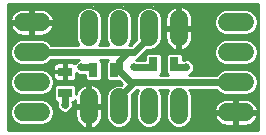
<source format=gbl>
G75*
%MOIN*%
%OFA0B0*%
%FSLAX25Y25*%
%IPPOS*%
%LPD*%
%AMOC8*
5,1,8,0,0,1.08239X$1,22.5*
%
%ADD10R,0.04724X0.03150*%
%ADD11R,0.03150X0.04724*%
%ADD12C,0.05937*%
%ADD13C,0.01000*%
%ADD14C,0.02400*%
%ADD15C,0.02600*%
D10*
X0034000Y0027457D03*
X0034000Y0034543D03*
D11*
X0043457Y0035000D03*
X0050543Y0035000D03*
X0063457Y0037000D03*
X0070543Y0037000D03*
D12*
X0072000Y0046031D02*
X0072000Y0051969D01*
X0062000Y0051969D02*
X0062000Y0046031D01*
X0052000Y0046031D02*
X0052000Y0051969D01*
X0042000Y0051969D02*
X0042000Y0046031D01*
X0025969Y0051000D02*
X0020031Y0051000D01*
X0020031Y0041000D02*
X0025969Y0041000D01*
X0025969Y0031000D02*
X0020031Y0031000D01*
X0020031Y0021000D02*
X0025969Y0021000D01*
X0042000Y0020031D02*
X0042000Y0025969D01*
X0052000Y0025969D02*
X0052000Y0020031D01*
X0062000Y0020031D02*
X0062000Y0025969D01*
X0072000Y0025969D02*
X0072000Y0020031D01*
X0088031Y0021000D02*
X0093969Y0021000D01*
X0093969Y0031000D02*
X0088031Y0031000D01*
X0088031Y0041000D02*
X0093969Y0041000D01*
X0093969Y0051000D02*
X0088031Y0051000D01*
D13*
X0015000Y0057000D02*
X0015000Y0015000D01*
X0098500Y0015000D01*
X0098500Y0057000D01*
X0015000Y0057000D01*
X0015000Y0056939D02*
X0098500Y0056939D01*
X0098500Y0055940D02*
X0074047Y0055940D01*
X0074342Y0055790D02*
X0073715Y0056110D01*
X0073046Y0056327D01*
X0072484Y0056416D01*
X0072484Y0049484D01*
X0071516Y0049484D01*
X0071516Y0048516D01*
X0067531Y0048516D01*
X0067531Y0045680D01*
X0067642Y0044985D01*
X0067859Y0044316D01*
X0068178Y0043689D01*
X0068592Y0043120D01*
X0069089Y0042623D01*
X0069658Y0042210D01*
X0070285Y0041890D01*
X0070954Y0041673D01*
X0071516Y0041584D01*
X0071516Y0048516D01*
X0072484Y0048516D01*
X0072484Y0041584D01*
X0073046Y0041673D01*
X0073715Y0041890D01*
X0074342Y0042210D01*
X0074911Y0042623D01*
X0075408Y0043120D01*
X0075822Y0043689D01*
X0076141Y0044316D01*
X0076358Y0044985D01*
X0076468Y0045680D01*
X0076468Y0048516D01*
X0072484Y0048516D01*
X0072484Y0049484D01*
X0076468Y0049484D01*
X0076468Y0052320D01*
X0076358Y0053015D01*
X0076141Y0053684D01*
X0075822Y0054311D01*
X0075408Y0054880D01*
X0074911Y0055377D01*
X0074342Y0055790D01*
X0075346Y0054942D02*
X0086394Y0054942D01*
X0085614Y0054619D02*
X0084413Y0053418D01*
X0083763Y0051849D01*
X0083763Y0050151D01*
X0084413Y0048582D01*
X0085614Y0047381D01*
X0087182Y0046731D01*
X0094818Y0046731D01*
X0096386Y0047381D01*
X0097587Y0048582D01*
X0098237Y0050151D01*
X0098237Y0051849D01*
X0097587Y0053418D01*
X0096386Y0054619D01*
X0094818Y0055268D01*
X0087182Y0055268D01*
X0085614Y0054619D01*
X0084938Y0053943D02*
X0076009Y0053943D01*
X0076370Y0052945D02*
X0084217Y0052945D01*
X0083803Y0051946D02*
X0076468Y0051946D01*
X0076468Y0050948D02*
X0083763Y0050948D01*
X0083846Y0049949D02*
X0076468Y0049949D01*
X0076468Y0047952D02*
X0085043Y0047952D01*
X0084260Y0048951D02*
X0072484Y0048951D01*
X0071516Y0048951D02*
X0066268Y0048951D01*
X0066268Y0047952D02*
X0067531Y0047952D01*
X0067531Y0046954D02*
X0066268Y0046954D01*
X0066268Y0045955D02*
X0067531Y0045955D01*
X0067651Y0044957D02*
X0066175Y0044957D01*
X0066268Y0045182D02*
X0066268Y0052818D01*
X0065619Y0054386D01*
X0064418Y0055587D01*
X0062849Y0056237D01*
X0061151Y0056237D01*
X0059582Y0055587D01*
X0058381Y0054386D01*
X0057731Y0052818D01*
X0057731Y0045267D01*
X0055964Y0043500D01*
X0055505Y0043500D01*
X0055619Y0043614D01*
X0056268Y0045182D01*
X0056268Y0052818D01*
X0055619Y0054386D01*
X0054418Y0055587D01*
X0052849Y0056237D01*
X0051151Y0056237D01*
X0049582Y0055587D01*
X0048381Y0054386D01*
X0047731Y0052818D01*
X0047731Y0045182D01*
X0048381Y0043614D01*
X0048495Y0043500D01*
X0045505Y0043500D01*
X0045619Y0043614D01*
X0046268Y0045182D01*
X0046268Y0052818D01*
X0045619Y0054386D01*
X0044418Y0055587D01*
X0042849Y0056237D01*
X0041151Y0056237D01*
X0039582Y0055587D01*
X0038381Y0054386D01*
X0037731Y0052818D01*
X0037731Y0045182D01*
X0038381Y0043614D01*
X0038495Y0043500D01*
X0029505Y0043500D01*
X0028386Y0044619D01*
X0026818Y0045268D01*
X0019182Y0045268D01*
X0017614Y0044619D01*
X0016413Y0043418D01*
X0015763Y0041849D01*
X0015763Y0040151D01*
X0016413Y0038582D01*
X0017614Y0037381D01*
X0019182Y0036731D01*
X0026818Y0036731D01*
X0028386Y0037381D01*
X0029505Y0038500D01*
X0038741Y0038500D01*
X0038027Y0038204D01*
X0037296Y0037473D01*
X0037242Y0037342D01*
X0036941Y0037516D01*
X0036560Y0037618D01*
X0034287Y0037618D01*
X0034287Y0034831D01*
X0033713Y0034831D01*
X0033713Y0037618D01*
X0031440Y0037618D01*
X0031059Y0037516D01*
X0030717Y0037318D01*
X0030437Y0037039D01*
X0030240Y0036697D01*
X0030138Y0036316D01*
X0030138Y0034831D01*
X0033713Y0034831D01*
X0033713Y0034256D01*
X0034287Y0034256D01*
X0034287Y0031469D01*
X0036560Y0031469D01*
X0036941Y0031571D01*
X0037283Y0031768D01*
X0037562Y0032047D01*
X0037760Y0032390D01*
X0037862Y0032771D01*
X0037862Y0033961D01*
X0038027Y0033796D01*
X0038983Y0033400D01*
X0040017Y0033400D01*
X0040259Y0033500D01*
X0040582Y0033500D01*
X0040582Y0032099D01*
X0041343Y0031338D01*
X0045570Y0031338D01*
X0046331Y0032099D01*
X0046331Y0037901D01*
X0045732Y0038500D01*
X0048268Y0038500D01*
X0047669Y0037901D01*
X0047669Y0032099D01*
X0048430Y0031338D01*
X0052127Y0031338D01*
X0052964Y0030500D01*
X0052701Y0030237D01*
X0051151Y0030237D01*
X0049582Y0029587D01*
X0048381Y0028386D01*
X0047731Y0026818D01*
X0047731Y0019182D01*
X0048381Y0017614D01*
X0049582Y0016413D01*
X0051151Y0015763D01*
X0052849Y0015763D01*
X0054418Y0016413D01*
X0055619Y0017614D01*
X0056268Y0019182D01*
X0056268Y0026733D01*
X0057916Y0028381D01*
X0058036Y0028500D01*
X0058495Y0028500D01*
X0058381Y0028386D01*
X0057731Y0026818D01*
X0057731Y0019182D01*
X0058381Y0017614D01*
X0059582Y0016413D01*
X0061151Y0015763D01*
X0062849Y0015763D01*
X0064418Y0016413D01*
X0065619Y0017614D01*
X0066268Y0019182D01*
X0066268Y0026818D01*
X0065619Y0028386D01*
X0065505Y0028500D01*
X0068495Y0028500D01*
X0068381Y0028386D01*
X0067731Y0026818D01*
X0067731Y0019182D01*
X0068381Y0017614D01*
X0069582Y0016413D01*
X0071151Y0015763D01*
X0072849Y0015763D01*
X0074418Y0016413D01*
X0075619Y0017614D01*
X0076268Y0019182D01*
X0076268Y0026818D01*
X0075619Y0028386D01*
X0075505Y0028500D01*
X0084495Y0028500D01*
X0085614Y0027381D01*
X0087182Y0026731D01*
X0094818Y0026731D01*
X0096386Y0027381D01*
X0097587Y0028582D01*
X0098237Y0030151D01*
X0098237Y0031849D01*
X0097587Y0033418D01*
X0096386Y0034619D01*
X0094818Y0035268D01*
X0087182Y0035268D01*
X0085614Y0034619D01*
X0084495Y0033500D01*
X0075259Y0033500D01*
X0075973Y0033796D01*
X0076704Y0034527D01*
X0077100Y0035483D01*
X0077100Y0036517D01*
X0076704Y0037473D01*
X0075973Y0038204D01*
X0075017Y0038600D01*
X0073983Y0038600D01*
X0073741Y0038500D01*
X0073418Y0038500D01*
X0073418Y0039901D01*
X0072657Y0040662D01*
X0068430Y0040662D01*
X0067669Y0039901D01*
X0067669Y0034099D01*
X0068268Y0033500D01*
X0065732Y0033500D01*
X0066331Y0034099D01*
X0066331Y0039901D01*
X0065570Y0040662D01*
X0061343Y0040662D01*
X0060582Y0039901D01*
X0060582Y0038500D01*
X0057759Y0038500D01*
X0057628Y0038554D01*
X0058416Y0038881D01*
X0059119Y0039584D01*
X0061299Y0041763D01*
X0062849Y0041763D01*
X0064418Y0042413D01*
X0065619Y0043614D01*
X0066268Y0045182D01*
X0065761Y0043958D02*
X0068041Y0043958D01*
X0068752Y0042960D02*
X0064965Y0042960D01*
X0063328Y0041961D02*
X0070145Y0041961D01*
X0071516Y0041961D02*
X0072484Y0041961D01*
X0072484Y0042960D02*
X0071516Y0042960D01*
X0071516Y0043958D02*
X0072484Y0043958D01*
X0072484Y0044957D02*
X0071516Y0044957D01*
X0071516Y0045955D02*
X0072484Y0045955D01*
X0072484Y0046954D02*
X0071516Y0046954D01*
X0071516Y0047952D02*
X0072484Y0047952D01*
X0071516Y0049484D02*
X0067531Y0049484D01*
X0067531Y0052320D01*
X0067642Y0053015D01*
X0067859Y0053684D01*
X0068178Y0054311D01*
X0068592Y0054880D01*
X0069089Y0055377D01*
X0069658Y0055790D01*
X0070285Y0056110D01*
X0070954Y0056327D01*
X0071516Y0056416D01*
X0071516Y0049484D01*
X0071516Y0049949D02*
X0072484Y0049949D01*
X0072484Y0050948D02*
X0071516Y0050948D01*
X0071516Y0051946D02*
X0072484Y0051946D01*
X0072484Y0052945D02*
X0071516Y0052945D01*
X0071516Y0053943D02*
X0072484Y0053943D01*
X0072484Y0054942D02*
X0071516Y0054942D01*
X0071516Y0055940D02*
X0072484Y0055940D01*
X0069953Y0055940D02*
X0063565Y0055940D01*
X0065063Y0054942D02*
X0068654Y0054942D01*
X0067991Y0053943D02*
X0065802Y0053943D01*
X0066216Y0052945D02*
X0067630Y0052945D01*
X0067531Y0051946D02*
X0066268Y0051946D01*
X0066268Y0050948D02*
X0067531Y0050948D01*
X0067531Y0049949D02*
X0066268Y0049949D01*
X0058937Y0054942D02*
X0055063Y0054942D01*
X0055802Y0053943D02*
X0058198Y0053943D01*
X0057784Y0052945D02*
X0056216Y0052945D01*
X0056268Y0051946D02*
X0057731Y0051946D01*
X0057731Y0050948D02*
X0056268Y0050948D01*
X0056268Y0049949D02*
X0057731Y0049949D01*
X0057731Y0048951D02*
X0056268Y0048951D01*
X0056268Y0047952D02*
X0057731Y0047952D01*
X0057731Y0046954D02*
X0056268Y0046954D01*
X0056268Y0045955D02*
X0057731Y0045955D01*
X0057421Y0044957D02*
X0056175Y0044957D01*
X0056423Y0043958D02*
X0055761Y0043958D01*
X0060498Y0040963D02*
X0083763Y0040963D01*
X0083763Y0040151D02*
X0084413Y0038582D01*
X0085614Y0037381D01*
X0087182Y0036731D01*
X0094818Y0036731D01*
X0096386Y0037381D01*
X0097587Y0038582D01*
X0098237Y0040151D01*
X0098237Y0041849D01*
X0097587Y0043418D01*
X0096386Y0044619D01*
X0094818Y0045268D01*
X0087182Y0045268D01*
X0085614Y0044619D01*
X0084413Y0043418D01*
X0083763Y0041849D01*
X0083763Y0040151D01*
X0083840Y0039964D02*
X0073355Y0039964D01*
X0073418Y0038966D02*
X0084254Y0038966D01*
X0085028Y0037967D02*
X0076210Y0037967D01*
X0076913Y0036969D02*
X0086610Y0036969D01*
X0086466Y0034972D02*
X0076888Y0034972D01*
X0077100Y0035970D02*
X0098500Y0035970D01*
X0098500Y0034972D02*
X0095534Y0034972D01*
X0097032Y0033973D02*
X0098500Y0033973D01*
X0098500Y0032975D02*
X0097771Y0032975D01*
X0098184Y0031976D02*
X0098500Y0031976D01*
X0098500Y0030978D02*
X0098237Y0030978D01*
X0098166Y0029979D02*
X0098500Y0029979D01*
X0098500Y0028981D02*
X0097752Y0028981D01*
X0098500Y0027982D02*
X0096987Y0027982D01*
X0098500Y0026984D02*
X0095426Y0026984D01*
X0095015Y0025358D02*
X0094320Y0025468D01*
X0091484Y0025468D01*
X0091484Y0021484D01*
X0090516Y0021484D01*
X0090516Y0020516D01*
X0091484Y0020516D01*
X0091484Y0016531D01*
X0094320Y0016531D01*
X0095015Y0016642D01*
X0095684Y0016859D01*
X0096311Y0017178D01*
X0096880Y0017592D01*
X0097377Y0018089D01*
X0097790Y0018658D01*
X0098110Y0019285D01*
X0098327Y0019954D01*
X0098416Y0020516D01*
X0091484Y0020516D01*
X0091484Y0021484D01*
X0098416Y0021484D01*
X0098327Y0022046D01*
X0098110Y0022715D01*
X0097790Y0023342D01*
X0097377Y0023911D01*
X0096880Y0024408D01*
X0096311Y0024822D01*
X0095684Y0025141D01*
X0095015Y0025358D01*
X0095987Y0024987D02*
X0098500Y0024987D01*
X0098500Y0023988D02*
X0097300Y0023988D01*
X0097970Y0022990D02*
X0098500Y0022990D01*
X0098500Y0021991D02*
X0098336Y0021991D01*
X0098500Y0020993D02*
X0091484Y0020993D01*
X0090516Y0020993D02*
X0076268Y0020993D01*
X0076268Y0021991D02*
X0083664Y0021991D01*
X0083673Y0022046D02*
X0083890Y0022715D01*
X0084210Y0023342D01*
X0084623Y0023911D01*
X0085120Y0024408D01*
X0085689Y0024822D01*
X0086316Y0025141D01*
X0086985Y0025358D01*
X0087680Y0025468D01*
X0090516Y0025468D01*
X0090516Y0021484D01*
X0083584Y0021484D01*
X0083673Y0022046D01*
X0084030Y0022990D02*
X0076268Y0022990D01*
X0076268Y0023988D02*
X0084700Y0023988D01*
X0086013Y0024987D02*
X0076268Y0024987D01*
X0076268Y0025985D02*
X0098500Y0025985D01*
X0091484Y0024987D02*
X0090516Y0024987D01*
X0090516Y0023988D02*
X0091484Y0023988D01*
X0091484Y0022990D02*
X0090516Y0022990D01*
X0090516Y0021991D02*
X0091484Y0021991D01*
X0090516Y0020516D02*
X0083584Y0020516D01*
X0083673Y0019954D01*
X0083890Y0019285D01*
X0084210Y0018658D01*
X0084623Y0018089D01*
X0085120Y0017592D01*
X0085689Y0017178D01*
X0086316Y0016859D01*
X0086985Y0016642D01*
X0087680Y0016531D01*
X0090516Y0016531D01*
X0090516Y0020516D01*
X0090516Y0019994D02*
X0091484Y0019994D01*
X0091484Y0018996D02*
X0090516Y0018996D01*
X0090516Y0017997D02*
X0091484Y0017997D01*
X0091484Y0016999D02*
X0090516Y0016999D01*
X0086042Y0016999D02*
X0075004Y0016999D01*
X0075777Y0017997D02*
X0084715Y0017997D01*
X0084038Y0018996D02*
X0076191Y0018996D01*
X0076268Y0019994D02*
X0083667Y0019994D01*
X0073421Y0016000D02*
X0098500Y0016000D01*
X0098500Y0016999D02*
X0095958Y0016999D01*
X0097285Y0017997D02*
X0098500Y0017997D01*
X0098500Y0018996D02*
X0097962Y0018996D01*
X0098333Y0019994D02*
X0098500Y0019994D01*
X0098500Y0015001D02*
X0015000Y0015001D01*
X0015000Y0016000D02*
X0040070Y0016000D01*
X0040285Y0015890D02*
X0040954Y0015673D01*
X0041516Y0015584D01*
X0041516Y0022516D01*
X0042484Y0022516D01*
X0042484Y0015584D01*
X0043046Y0015673D01*
X0043715Y0015890D01*
X0044342Y0016210D01*
X0044911Y0016623D01*
X0045408Y0017120D01*
X0045822Y0017689D01*
X0046141Y0018316D01*
X0046358Y0018985D01*
X0046468Y0019680D01*
X0046468Y0022516D01*
X0042484Y0022516D01*
X0042484Y0023484D01*
X0046468Y0023484D01*
X0046468Y0026320D01*
X0046358Y0027015D01*
X0046141Y0027684D01*
X0045822Y0028311D01*
X0045408Y0028880D01*
X0044911Y0029377D01*
X0044342Y0029790D01*
X0043715Y0030110D01*
X0043046Y0030327D01*
X0042484Y0030416D01*
X0042484Y0023484D01*
X0041516Y0023484D01*
X0041516Y0022516D01*
X0037531Y0022516D01*
X0037531Y0019680D01*
X0037642Y0018985D01*
X0037859Y0018316D01*
X0038178Y0017689D01*
X0038592Y0017120D01*
X0039089Y0016623D01*
X0039658Y0016210D01*
X0040285Y0015890D01*
X0041516Y0016000D02*
X0042484Y0016000D01*
X0042484Y0016999D02*
X0041516Y0016999D01*
X0041516Y0017997D02*
X0042484Y0017997D01*
X0042484Y0018996D02*
X0041516Y0018996D01*
X0041516Y0019994D02*
X0042484Y0019994D01*
X0042484Y0020993D02*
X0041516Y0020993D01*
X0041516Y0021991D02*
X0042484Y0021991D01*
X0042484Y0022990D02*
X0047731Y0022990D01*
X0047731Y0021991D02*
X0046468Y0021991D01*
X0046468Y0020993D02*
X0047731Y0020993D01*
X0047731Y0019994D02*
X0046468Y0019994D01*
X0046360Y0018996D02*
X0047809Y0018996D01*
X0048223Y0017997D02*
X0045978Y0017997D01*
X0045286Y0016999D02*
X0048996Y0016999D01*
X0050579Y0016000D02*
X0043930Y0016000D01*
X0038714Y0016999D02*
X0027462Y0016999D01*
X0026818Y0016731D02*
X0028386Y0017381D01*
X0029587Y0018582D01*
X0030237Y0020151D01*
X0030237Y0021849D01*
X0029587Y0023418D01*
X0028386Y0024619D01*
X0026818Y0025268D01*
X0019182Y0025268D01*
X0017614Y0024619D01*
X0016413Y0023418D01*
X0015763Y0021849D01*
X0015763Y0020151D01*
X0016413Y0018582D01*
X0017614Y0017381D01*
X0019182Y0016731D01*
X0026818Y0016731D01*
X0029002Y0017997D02*
X0038021Y0017997D01*
X0037640Y0018996D02*
X0029758Y0018996D01*
X0030172Y0019994D02*
X0037531Y0019994D01*
X0037531Y0020993D02*
X0034741Y0020993D01*
X0034517Y0020900D02*
X0035473Y0021296D01*
X0036204Y0022027D01*
X0036600Y0022983D01*
X0036600Y0024017D01*
X0036500Y0024259D01*
X0036500Y0024582D01*
X0036901Y0024582D01*
X0037531Y0025213D01*
X0037531Y0023484D01*
X0041516Y0023484D01*
X0041516Y0030416D01*
X0040954Y0030327D01*
X0040285Y0030110D01*
X0039658Y0029790D01*
X0039089Y0029377D01*
X0038592Y0028880D01*
X0038178Y0028311D01*
X0037859Y0027684D01*
X0037662Y0027078D01*
X0037662Y0029570D01*
X0036901Y0030331D01*
X0031099Y0030331D01*
X0030338Y0029570D01*
X0030338Y0025343D01*
X0031099Y0024582D01*
X0031500Y0024582D01*
X0031500Y0024259D01*
X0031400Y0024017D01*
X0031400Y0022983D01*
X0031796Y0022027D01*
X0032527Y0021296D01*
X0033483Y0020900D01*
X0034517Y0020900D01*
X0033259Y0020993D02*
X0030237Y0020993D01*
X0030178Y0021991D02*
X0031832Y0021991D01*
X0031400Y0022990D02*
X0029765Y0022990D01*
X0029017Y0023988D02*
X0031400Y0023988D01*
X0030695Y0024987D02*
X0027498Y0024987D01*
X0030338Y0025985D02*
X0015000Y0025985D01*
X0015000Y0026984D02*
X0018574Y0026984D01*
X0019182Y0026731D02*
X0026818Y0026731D01*
X0028386Y0027381D01*
X0029587Y0028582D01*
X0030237Y0030151D01*
X0030237Y0031849D01*
X0029587Y0033418D01*
X0028386Y0034619D01*
X0026818Y0035268D01*
X0019182Y0035268D01*
X0017614Y0034619D01*
X0016413Y0033418D01*
X0015763Y0031849D01*
X0015763Y0030151D01*
X0016413Y0028582D01*
X0017614Y0027381D01*
X0019182Y0026731D01*
X0017013Y0027982D02*
X0015000Y0027982D01*
X0015000Y0028981D02*
X0016248Y0028981D01*
X0015834Y0029979D02*
X0015000Y0029979D01*
X0015000Y0030978D02*
X0015763Y0030978D01*
X0015816Y0031976D02*
X0015000Y0031976D01*
X0015000Y0032975D02*
X0016229Y0032975D01*
X0016968Y0033973D02*
X0015000Y0033973D01*
X0015000Y0034972D02*
X0018466Y0034972D01*
X0018610Y0036969D02*
X0015000Y0036969D01*
X0015000Y0037967D02*
X0017028Y0037967D01*
X0016254Y0038966D02*
X0015000Y0038966D01*
X0015000Y0039964D02*
X0015840Y0039964D01*
X0015763Y0040963D02*
X0015000Y0040963D01*
X0015000Y0041961D02*
X0015809Y0041961D01*
X0016223Y0042960D02*
X0015000Y0042960D01*
X0015000Y0043958D02*
X0016953Y0043958D01*
X0018430Y0044957D02*
X0015000Y0044957D01*
X0015000Y0045955D02*
X0037731Y0045955D01*
X0037825Y0044957D02*
X0027570Y0044957D01*
X0029047Y0043958D02*
X0038239Y0043958D01*
X0037731Y0046954D02*
X0027870Y0046954D01*
X0027684Y0046859D02*
X0028311Y0047178D01*
X0028880Y0047592D01*
X0029377Y0048089D01*
X0029790Y0048658D01*
X0030110Y0049285D01*
X0030327Y0049954D01*
X0030416Y0050516D01*
X0023484Y0050516D01*
X0023484Y0046531D01*
X0026320Y0046531D01*
X0027015Y0046642D01*
X0027684Y0046859D01*
X0029240Y0047952D02*
X0037731Y0047952D01*
X0037731Y0048951D02*
X0029940Y0048951D01*
X0030326Y0049949D02*
X0037731Y0049949D01*
X0037731Y0050948D02*
X0023484Y0050948D01*
X0023484Y0050516D02*
X0023484Y0051484D01*
X0022516Y0051484D01*
X0022516Y0050516D01*
X0023484Y0050516D01*
X0023484Y0049949D02*
X0022516Y0049949D01*
X0022516Y0050516D02*
X0022516Y0046531D01*
X0019680Y0046531D01*
X0018985Y0046642D01*
X0018316Y0046859D01*
X0017689Y0047178D01*
X0017120Y0047592D01*
X0016623Y0048089D01*
X0016210Y0048658D01*
X0015890Y0049285D01*
X0015673Y0049954D01*
X0015584Y0050516D01*
X0022516Y0050516D01*
X0022516Y0050948D02*
X0015000Y0050948D01*
X0015584Y0051484D02*
X0022516Y0051484D01*
X0022516Y0055468D01*
X0019680Y0055468D01*
X0018985Y0055358D01*
X0018316Y0055141D01*
X0017689Y0054822D01*
X0017120Y0054408D01*
X0016623Y0053911D01*
X0016210Y0053342D01*
X0015890Y0052715D01*
X0015673Y0052046D01*
X0015584Y0051484D01*
X0015657Y0051946D02*
X0015000Y0051946D01*
X0015000Y0052945D02*
X0016007Y0052945D01*
X0016656Y0053943D02*
X0015000Y0053943D01*
X0015000Y0054942D02*
X0017925Y0054942D01*
X0015000Y0055940D02*
X0040435Y0055940D01*
X0038937Y0054942D02*
X0028075Y0054942D01*
X0028311Y0054822D02*
X0027684Y0055141D01*
X0027015Y0055358D01*
X0026320Y0055468D01*
X0023484Y0055468D01*
X0023484Y0051484D01*
X0030416Y0051484D01*
X0030327Y0052046D01*
X0030110Y0052715D01*
X0029790Y0053342D01*
X0029377Y0053911D01*
X0028880Y0054408D01*
X0028311Y0054822D01*
X0029344Y0053943D02*
X0038198Y0053943D01*
X0037784Y0052945D02*
X0029993Y0052945D01*
X0030343Y0051946D02*
X0037731Y0051946D01*
X0043565Y0055940D02*
X0050435Y0055940D01*
X0048937Y0054942D02*
X0045063Y0054942D01*
X0045802Y0053943D02*
X0048198Y0053943D01*
X0047784Y0052945D02*
X0046216Y0052945D01*
X0046268Y0051946D02*
X0047731Y0051946D01*
X0047731Y0050948D02*
X0046268Y0050948D01*
X0046268Y0049949D02*
X0047731Y0049949D01*
X0047731Y0048951D02*
X0046268Y0048951D01*
X0046268Y0047952D02*
X0047731Y0047952D01*
X0047731Y0046954D02*
X0046268Y0046954D01*
X0046268Y0045955D02*
X0047731Y0045955D01*
X0047825Y0044957D02*
X0046175Y0044957D01*
X0045761Y0043958D02*
X0048239Y0043958D01*
X0047735Y0037967D02*
X0046265Y0037967D01*
X0046331Y0036969D02*
X0047669Y0036969D01*
X0047669Y0035970D02*
X0046331Y0035970D01*
X0046331Y0034972D02*
X0047669Y0034972D01*
X0047669Y0033973D02*
X0046331Y0033973D01*
X0046331Y0032975D02*
X0047669Y0032975D01*
X0047792Y0031976D02*
X0046208Y0031976D01*
X0043971Y0029979D02*
X0050528Y0029979D01*
X0048976Y0028981D02*
X0045307Y0028981D01*
X0045989Y0027982D02*
X0048214Y0027982D01*
X0047800Y0026984D02*
X0046363Y0026984D01*
X0046468Y0025985D02*
X0047731Y0025985D01*
X0047731Y0024987D02*
X0046468Y0024987D01*
X0046468Y0023988D02*
X0047731Y0023988D01*
X0042484Y0023988D02*
X0041516Y0023988D01*
X0041516Y0024987D02*
X0042484Y0024987D01*
X0042484Y0025985D02*
X0041516Y0025985D01*
X0041516Y0026984D02*
X0042484Y0026984D01*
X0042484Y0027982D02*
X0041516Y0027982D01*
X0041516Y0028981D02*
X0042484Y0028981D01*
X0042484Y0029979D02*
X0041516Y0029979D01*
X0040029Y0029979D02*
X0037253Y0029979D01*
X0037662Y0028981D02*
X0038693Y0028981D01*
X0038011Y0027982D02*
X0037662Y0027982D01*
X0037531Y0024987D02*
X0037305Y0024987D01*
X0037531Y0023988D02*
X0036600Y0023988D01*
X0036600Y0022990D02*
X0041516Y0022990D01*
X0037531Y0021991D02*
X0036168Y0021991D01*
X0030338Y0026984D02*
X0027426Y0026984D01*
X0028987Y0027982D02*
X0030338Y0027982D01*
X0030338Y0028981D02*
X0029752Y0028981D01*
X0030166Y0029979D02*
X0030747Y0029979D01*
X0030237Y0030978D02*
X0052487Y0030978D01*
X0057518Y0027982D02*
X0058214Y0027982D01*
X0057800Y0026984D02*
X0056519Y0026984D01*
X0056268Y0025985D02*
X0057731Y0025985D01*
X0057731Y0024987D02*
X0056268Y0024987D01*
X0056268Y0023988D02*
X0057731Y0023988D01*
X0057731Y0022990D02*
X0056268Y0022990D01*
X0056268Y0021991D02*
X0057731Y0021991D01*
X0057731Y0020993D02*
X0056268Y0020993D01*
X0056268Y0019994D02*
X0057731Y0019994D01*
X0057809Y0018996D02*
X0056191Y0018996D01*
X0055777Y0017997D02*
X0058223Y0017997D01*
X0058996Y0016999D02*
X0055004Y0016999D01*
X0053421Y0016000D02*
X0060579Y0016000D01*
X0063421Y0016000D02*
X0070579Y0016000D01*
X0068996Y0016999D02*
X0065004Y0016999D01*
X0065777Y0017997D02*
X0068223Y0017997D01*
X0067809Y0018996D02*
X0066191Y0018996D01*
X0066268Y0019994D02*
X0067731Y0019994D01*
X0067731Y0020993D02*
X0066268Y0020993D01*
X0066268Y0021991D02*
X0067731Y0021991D01*
X0067731Y0022990D02*
X0066268Y0022990D01*
X0066268Y0023988D02*
X0067731Y0023988D01*
X0067731Y0024987D02*
X0066268Y0024987D01*
X0066268Y0025985D02*
X0067731Y0025985D01*
X0067800Y0026984D02*
X0066200Y0026984D01*
X0065786Y0027982D02*
X0068214Y0027982D01*
X0075786Y0027982D02*
X0085013Y0027982D01*
X0086574Y0026984D02*
X0076200Y0026984D01*
X0076150Y0033973D02*
X0084968Y0033973D01*
X0095390Y0036969D02*
X0098500Y0036969D01*
X0098500Y0037967D02*
X0096972Y0037967D01*
X0097746Y0038966D02*
X0098500Y0038966D01*
X0098500Y0039964D02*
X0098160Y0039964D01*
X0098237Y0040963D02*
X0098500Y0040963D01*
X0098500Y0041961D02*
X0098191Y0041961D01*
X0098500Y0042960D02*
X0097777Y0042960D01*
X0098500Y0043958D02*
X0097047Y0043958D01*
X0098500Y0044957D02*
X0095570Y0044957D01*
X0095354Y0046954D02*
X0098500Y0046954D01*
X0098500Y0047952D02*
X0096957Y0047952D01*
X0097740Y0048951D02*
X0098500Y0048951D01*
X0098500Y0049949D02*
X0098154Y0049949D01*
X0098237Y0050948D02*
X0098500Y0050948D01*
X0098500Y0051946D02*
X0098197Y0051946D01*
X0098500Y0052945D02*
X0097783Y0052945D01*
X0098500Y0053943D02*
X0097062Y0053943D01*
X0098500Y0054942D02*
X0095606Y0054942D01*
X0086646Y0046954D02*
X0076468Y0046954D01*
X0076468Y0045955D02*
X0098500Y0045955D01*
X0086430Y0044957D02*
X0076349Y0044957D01*
X0075959Y0043958D02*
X0084953Y0043958D01*
X0084223Y0042960D02*
X0075248Y0042960D01*
X0073855Y0041961D02*
X0083809Y0041961D01*
X0067732Y0039964D02*
X0066268Y0039964D01*
X0066331Y0038966D02*
X0067669Y0038966D01*
X0067669Y0037967D02*
X0066331Y0037967D01*
X0066331Y0036969D02*
X0067669Y0036969D01*
X0067669Y0035970D02*
X0066331Y0035970D01*
X0066331Y0034972D02*
X0067669Y0034972D01*
X0067795Y0033973D02*
X0066205Y0033973D01*
X0060582Y0038966D02*
X0058501Y0038966D01*
X0059500Y0039964D02*
X0060645Y0039964D01*
X0040582Y0032975D02*
X0037862Y0032975D01*
X0037491Y0031976D02*
X0040705Y0031976D01*
X0034287Y0031976D02*
X0033713Y0031976D01*
X0033713Y0031468D02*
X0033713Y0034256D01*
X0030138Y0034256D01*
X0030138Y0032771D01*
X0030240Y0032390D01*
X0030437Y0032047D01*
X0030717Y0031768D01*
X0031059Y0031571D01*
X0031440Y0031469D01*
X0033713Y0031468D01*
X0033713Y0032975D02*
X0034287Y0032975D01*
X0034287Y0033973D02*
X0033713Y0033973D01*
X0033713Y0034972D02*
X0034287Y0034972D01*
X0034287Y0035970D02*
X0033713Y0035970D01*
X0033713Y0036969D02*
X0034287Y0036969D01*
X0037790Y0037967D02*
X0028972Y0037967D01*
X0030397Y0036969D02*
X0027390Y0036969D01*
X0030138Y0035970D02*
X0015000Y0035970D01*
X0027534Y0034972D02*
X0030138Y0034972D01*
X0030138Y0033973D02*
X0029032Y0033973D01*
X0029771Y0032975D02*
X0030138Y0032975D01*
X0030184Y0031976D02*
X0030509Y0031976D01*
X0018502Y0024987D02*
X0015000Y0024987D01*
X0015000Y0023988D02*
X0016983Y0023988D01*
X0016235Y0022990D02*
X0015000Y0022990D01*
X0015000Y0021991D02*
X0015822Y0021991D01*
X0015763Y0020993D02*
X0015000Y0020993D01*
X0015000Y0019994D02*
X0015828Y0019994D01*
X0016242Y0018996D02*
X0015000Y0018996D01*
X0015000Y0017997D02*
X0016998Y0017997D01*
X0018538Y0016999D02*
X0015000Y0016999D01*
X0015000Y0046954D02*
X0018130Y0046954D01*
X0016760Y0047952D02*
X0015000Y0047952D01*
X0015000Y0048951D02*
X0016060Y0048951D01*
X0015674Y0049949D02*
X0015000Y0049949D01*
X0022516Y0048951D02*
X0023484Y0048951D01*
X0023484Y0047952D02*
X0022516Y0047952D01*
X0022516Y0046954D02*
X0023484Y0046954D01*
X0023484Y0051946D02*
X0022516Y0051946D01*
X0022516Y0052945D02*
X0023484Y0052945D01*
X0023484Y0053943D02*
X0022516Y0053943D01*
X0022516Y0054942D02*
X0023484Y0054942D01*
X0053565Y0055940D02*
X0060435Y0055940D01*
D14*
X0062000Y0049000D02*
X0062000Y0046000D01*
X0057000Y0041000D01*
X0055000Y0041000D01*
X0052000Y0038000D01*
X0052000Y0035000D01*
X0056500Y0030500D01*
X0052000Y0026000D01*
X0052000Y0023000D01*
X0056500Y0030500D02*
X0057000Y0031000D01*
X0091000Y0031000D01*
X0074500Y0036000D02*
X0071543Y0036000D01*
X0070543Y0037000D01*
X0063457Y0037000D02*
X0062457Y0036000D01*
X0057000Y0036000D01*
X0052000Y0035000D02*
X0050543Y0035000D01*
X0043457Y0035000D02*
X0042457Y0036000D01*
X0039500Y0036000D01*
X0034000Y0027457D02*
X0034000Y0023500D01*
X0023000Y0041000D02*
X0055000Y0041000D01*
D15*
X0057000Y0036000D03*
X0074500Y0036000D03*
X0039500Y0036000D03*
X0034000Y0023500D03*
M02*

</source>
